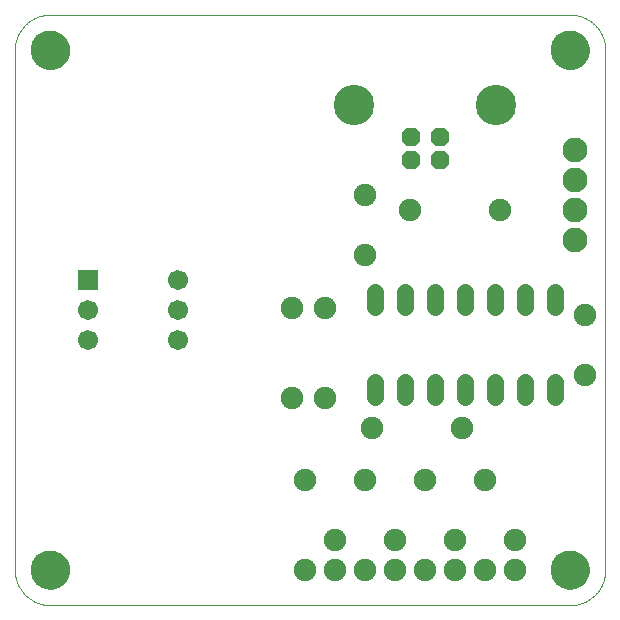
<source format=gbs>
G75*
%MOIN*%
%OFA0B0*%
%FSLAX25Y25*%
%IPPOS*%
%LPD*%
%AMOC8*
5,1,8,0,0,1.08239X$1,22.5*
%
%ADD10C,0.00000*%
%ADD11C,0.12998*%
%ADD12C,0.07487*%
%ADD13C,0.05600*%
%ADD14OC8,0.06140*%
%ADD15C,0.13455*%
%ADD16C,0.08274*%
%ADD17R,0.06699X0.06699*%
%ADD18C,0.06699*%
D10*
X0005724Y0017535D02*
X0005724Y0190764D01*
X0011236Y0190764D02*
X0011238Y0190922D01*
X0011244Y0191080D01*
X0011254Y0191238D01*
X0011268Y0191396D01*
X0011286Y0191553D01*
X0011307Y0191710D01*
X0011333Y0191866D01*
X0011363Y0192022D01*
X0011396Y0192177D01*
X0011434Y0192330D01*
X0011475Y0192483D01*
X0011520Y0192635D01*
X0011569Y0192786D01*
X0011622Y0192935D01*
X0011678Y0193083D01*
X0011738Y0193229D01*
X0011802Y0193374D01*
X0011870Y0193517D01*
X0011941Y0193659D01*
X0012015Y0193799D01*
X0012093Y0193936D01*
X0012175Y0194072D01*
X0012259Y0194206D01*
X0012348Y0194337D01*
X0012439Y0194466D01*
X0012534Y0194593D01*
X0012631Y0194718D01*
X0012732Y0194840D01*
X0012836Y0194959D01*
X0012943Y0195076D01*
X0013053Y0195190D01*
X0013166Y0195301D01*
X0013281Y0195410D01*
X0013399Y0195515D01*
X0013520Y0195617D01*
X0013643Y0195717D01*
X0013769Y0195813D01*
X0013897Y0195906D01*
X0014027Y0195996D01*
X0014160Y0196082D01*
X0014295Y0196166D01*
X0014431Y0196245D01*
X0014570Y0196322D01*
X0014711Y0196394D01*
X0014853Y0196464D01*
X0014997Y0196529D01*
X0015143Y0196591D01*
X0015290Y0196649D01*
X0015439Y0196704D01*
X0015589Y0196755D01*
X0015740Y0196802D01*
X0015892Y0196845D01*
X0016045Y0196884D01*
X0016200Y0196920D01*
X0016355Y0196951D01*
X0016511Y0196979D01*
X0016667Y0197003D01*
X0016824Y0197023D01*
X0016982Y0197039D01*
X0017139Y0197051D01*
X0017298Y0197059D01*
X0017456Y0197063D01*
X0017614Y0197063D01*
X0017772Y0197059D01*
X0017931Y0197051D01*
X0018088Y0197039D01*
X0018246Y0197023D01*
X0018403Y0197003D01*
X0018559Y0196979D01*
X0018715Y0196951D01*
X0018870Y0196920D01*
X0019025Y0196884D01*
X0019178Y0196845D01*
X0019330Y0196802D01*
X0019481Y0196755D01*
X0019631Y0196704D01*
X0019780Y0196649D01*
X0019927Y0196591D01*
X0020073Y0196529D01*
X0020217Y0196464D01*
X0020359Y0196394D01*
X0020500Y0196322D01*
X0020639Y0196245D01*
X0020775Y0196166D01*
X0020910Y0196082D01*
X0021043Y0195996D01*
X0021173Y0195906D01*
X0021301Y0195813D01*
X0021427Y0195717D01*
X0021550Y0195617D01*
X0021671Y0195515D01*
X0021789Y0195410D01*
X0021904Y0195301D01*
X0022017Y0195190D01*
X0022127Y0195076D01*
X0022234Y0194959D01*
X0022338Y0194840D01*
X0022439Y0194718D01*
X0022536Y0194593D01*
X0022631Y0194466D01*
X0022722Y0194337D01*
X0022811Y0194206D01*
X0022895Y0194072D01*
X0022977Y0193936D01*
X0023055Y0193799D01*
X0023129Y0193659D01*
X0023200Y0193517D01*
X0023268Y0193374D01*
X0023332Y0193229D01*
X0023392Y0193083D01*
X0023448Y0192935D01*
X0023501Y0192786D01*
X0023550Y0192635D01*
X0023595Y0192483D01*
X0023636Y0192330D01*
X0023674Y0192177D01*
X0023707Y0192022D01*
X0023737Y0191866D01*
X0023763Y0191710D01*
X0023784Y0191553D01*
X0023802Y0191396D01*
X0023816Y0191238D01*
X0023826Y0191080D01*
X0023832Y0190922D01*
X0023834Y0190764D01*
X0023832Y0190606D01*
X0023826Y0190448D01*
X0023816Y0190290D01*
X0023802Y0190132D01*
X0023784Y0189975D01*
X0023763Y0189818D01*
X0023737Y0189662D01*
X0023707Y0189506D01*
X0023674Y0189351D01*
X0023636Y0189198D01*
X0023595Y0189045D01*
X0023550Y0188893D01*
X0023501Y0188742D01*
X0023448Y0188593D01*
X0023392Y0188445D01*
X0023332Y0188299D01*
X0023268Y0188154D01*
X0023200Y0188011D01*
X0023129Y0187869D01*
X0023055Y0187729D01*
X0022977Y0187592D01*
X0022895Y0187456D01*
X0022811Y0187322D01*
X0022722Y0187191D01*
X0022631Y0187062D01*
X0022536Y0186935D01*
X0022439Y0186810D01*
X0022338Y0186688D01*
X0022234Y0186569D01*
X0022127Y0186452D01*
X0022017Y0186338D01*
X0021904Y0186227D01*
X0021789Y0186118D01*
X0021671Y0186013D01*
X0021550Y0185911D01*
X0021427Y0185811D01*
X0021301Y0185715D01*
X0021173Y0185622D01*
X0021043Y0185532D01*
X0020910Y0185446D01*
X0020775Y0185362D01*
X0020639Y0185283D01*
X0020500Y0185206D01*
X0020359Y0185134D01*
X0020217Y0185064D01*
X0020073Y0184999D01*
X0019927Y0184937D01*
X0019780Y0184879D01*
X0019631Y0184824D01*
X0019481Y0184773D01*
X0019330Y0184726D01*
X0019178Y0184683D01*
X0019025Y0184644D01*
X0018870Y0184608D01*
X0018715Y0184577D01*
X0018559Y0184549D01*
X0018403Y0184525D01*
X0018246Y0184505D01*
X0018088Y0184489D01*
X0017931Y0184477D01*
X0017772Y0184469D01*
X0017614Y0184465D01*
X0017456Y0184465D01*
X0017298Y0184469D01*
X0017139Y0184477D01*
X0016982Y0184489D01*
X0016824Y0184505D01*
X0016667Y0184525D01*
X0016511Y0184549D01*
X0016355Y0184577D01*
X0016200Y0184608D01*
X0016045Y0184644D01*
X0015892Y0184683D01*
X0015740Y0184726D01*
X0015589Y0184773D01*
X0015439Y0184824D01*
X0015290Y0184879D01*
X0015143Y0184937D01*
X0014997Y0184999D01*
X0014853Y0185064D01*
X0014711Y0185134D01*
X0014570Y0185206D01*
X0014431Y0185283D01*
X0014295Y0185362D01*
X0014160Y0185446D01*
X0014027Y0185532D01*
X0013897Y0185622D01*
X0013769Y0185715D01*
X0013643Y0185811D01*
X0013520Y0185911D01*
X0013399Y0186013D01*
X0013281Y0186118D01*
X0013166Y0186227D01*
X0013053Y0186338D01*
X0012943Y0186452D01*
X0012836Y0186569D01*
X0012732Y0186688D01*
X0012631Y0186810D01*
X0012534Y0186935D01*
X0012439Y0187062D01*
X0012348Y0187191D01*
X0012259Y0187322D01*
X0012175Y0187456D01*
X0012093Y0187592D01*
X0012015Y0187729D01*
X0011941Y0187869D01*
X0011870Y0188011D01*
X0011802Y0188154D01*
X0011738Y0188299D01*
X0011678Y0188445D01*
X0011622Y0188593D01*
X0011569Y0188742D01*
X0011520Y0188893D01*
X0011475Y0189045D01*
X0011434Y0189198D01*
X0011396Y0189351D01*
X0011363Y0189506D01*
X0011333Y0189662D01*
X0011307Y0189818D01*
X0011286Y0189975D01*
X0011268Y0190132D01*
X0011254Y0190290D01*
X0011244Y0190448D01*
X0011238Y0190606D01*
X0011236Y0190764D01*
X0005724Y0190764D02*
X0005727Y0191049D01*
X0005738Y0191335D01*
X0005755Y0191620D01*
X0005779Y0191904D01*
X0005810Y0192188D01*
X0005848Y0192471D01*
X0005893Y0192752D01*
X0005944Y0193033D01*
X0006002Y0193313D01*
X0006067Y0193591D01*
X0006139Y0193867D01*
X0006217Y0194141D01*
X0006302Y0194414D01*
X0006394Y0194684D01*
X0006492Y0194952D01*
X0006596Y0195218D01*
X0006707Y0195481D01*
X0006824Y0195741D01*
X0006947Y0195999D01*
X0007077Y0196253D01*
X0007213Y0196504D01*
X0007354Y0196752D01*
X0007502Y0196996D01*
X0007655Y0197237D01*
X0007815Y0197473D01*
X0007980Y0197706D01*
X0008150Y0197935D01*
X0008326Y0198160D01*
X0008508Y0198380D01*
X0008694Y0198596D01*
X0008886Y0198807D01*
X0009083Y0199014D01*
X0009285Y0199216D01*
X0009492Y0199413D01*
X0009703Y0199605D01*
X0009919Y0199791D01*
X0010139Y0199973D01*
X0010364Y0200149D01*
X0010593Y0200319D01*
X0010826Y0200484D01*
X0011062Y0200644D01*
X0011303Y0200797D01*
X0011547Y0200945D01*
X0011795Y0201086D01*
X0012046Y0201222D01*
X0012300Y0201352D01*
X0012558Y0201475D01*
X0012818Y0201592D01*
X0013081Y0201703D01*
X0013347Y0201807D01*
X0013615Y0201905D01*
X0013885Y0201997D01*
X0014158Y0202082D01*
X0014432Y0202160D01*
X0014708Y0202232D01*
X0014986Y0202297D01*
X0015266Y0202355D01*
X0015547Y0202406D01*
X0015828Y0202451D01*
X0016111Y0202489D01*
X0016395Y0202520D01*
X0016679Y0202544D01*
X0016964Y0202561D01*
X0017250Y0202572D01*
X0017535Y0202575D01*
X0190764Y0202575D01*
X0184465Y0190764D02*
X0184467Y0190922D01*
X0184473Y0191080D01*
X0184483Y0191238D01*
X0184497Y0191396D01*
X0184515Y0191553D01*
X0184536Y0191710D01*
X0184562Y0191866D01*
X0184592Y0192022D01*
X0184625Y0192177D01*
X0184663Y0192330D01*
X0184704Y0192483D01*
X0184749Y0192635D01*
X0184798Y0192786D01*
X0184851Y0192935D01*
X0184907Y0193083D01*
X0184967Y0193229D01*
X0185031Y0193374D01*
X0185099Y0193517D01*
X0185170Y0193659D01*
X0185244Y0193799D01*
X0185322Y0193936D01*
X0185404Y0194072D01*
X0185488Y0194206D01*
X0185577Y0194337D01*
X0185668Y0194466D01*
X0185763Y0194593D01*
X0185860Y0194718D01*
X0185961Y0194840D01*
X0186065Y0194959D01*
X0186172Y0195076D01*
X0186282Y0195190D01*
X0186395Y0195301D01*
X0186510Y0195410D01*
X0186628Y0195515D01*
X0186749Y0195617D01*
X0186872Y0195717D01*
X0186998Y0195813D01*
X0187126Y0195906D01*
X0187256Y0195996D01*
X0187389Y0196082D01*
X0187524Y0196166D01*
X0187660Y0196245D01*
X0187799Y0196322D01*
X0187940Y0196394D01*
X0188082Y0196464D01*
X0188226Y0196529D01*
X0188372Y0196591D01*
X0188519Y0196649D01*
X0188668Y0196704D01*
X0188818Y0196755D01*
X0188969Y0196802D01*
X0189121Y0196845D01*
X0189274Y0196884D01*
X0189429Y0196920D01*
X0189584Y0196951D01*
X0189740Y0196979D01*
X0189896Y0197003D01*
X0190053Y0197023D01*
X0190211Y0197039D01*
X0190368Y0197051D01*
X0190527Y0197059D01*
X0190685Y0197063D01*
X0190843Y0197063D01*
X0191001Y0197059D01*
X0191160Y0197051D01*
X0191317Y0197039D01*
X0191475Y0197023D01*
X0191632Y0197003D01*
X0191788Y0196979D01*
X0191944Y0196951D01*
X0192099Y0196920D01*
X0192254Y0196884D01*
X0192407Y0196845D01*
X0192559Y0196802D01*
X0192710Y0196755D01*
X0192860Y0196704D01*
X0193009Y0196649D01*
X0193156Y0196591D01*
X0193302Y0196529D01*
X0193446Y0196464D01*
X0193588Y0196394D01*
X0193729Y0196322D01*
X0193868Y0196245D01*
X0194004Y0196166D01*
X0194139Y0196082D01*
X0194272Y0195996D01*
X0194402Y0195906D01*
X0194530Y0195813D01*
X0194656Y0195717D01*
X0194779Y0195617D01*
X0194900Y0195515D01*
X0195018Y0195410D01*
X0195133Y0195301D01*
X0195246Y0195190D01*
X0195356Y0195076D01*
X0195463Y0194959D01*
X0195567Y0194840D01*
X0195668Y0194718D01*
X0195765Y0194593D01*
X0195860Y0194466D01*
X0195951Y0194337D01*
X0196040Y0194206D01*
X0196124Y0194072D01*
X0196206Y0193936D01*
X0196284Y0193799D01*
X0196358Y0193659D01*
X0196429Y0193517D01*
X0196497Y0193374D01*
X0196561Y0193229D01*
X0196621Y0193083D01*
X0196677Y0192935D01*
X0196730Y0192786D01*
X0196779Y0192635D01*
X0196824Y0192483D01*
X0196865Y0192330D01*
X0196903Y0192177D01*
X0196936Y0192022D01*
X0196966Y0191866D01*
X0196992Y0191710D01*
X0197013Y0191553D01*
X0197031Y0191396D01*
X0197045Y0191238D01*
X0197055Y0191080D01*
X0197061Y0190922D01*
X0197063Y0190764D01*
X0197061Y0190606D01*
X0197055Y0190448D01*
X0197045Y0190290D01*
X0197031Y0190132D01*
X0197013Y0189975D01*
X0196992Y0189818D01*
X0196966Y0189662D01*
X0196936Y0189506D01*
X0196903Y0189351D01*
X0196865Y0189198D01*
X0196824Y0189045D01*
X0196779Y0188893D01*
X0196730Y0188742D01*
X0196677Y0188593D01*
X0196621Y0188445D01*
X0196561Y0188299D01*
X0196497Y0188154D01*
X0196429Y0188011D01*
X0196358Y0187869D01*
X0196284Y0187729D01*
X0196206Y0187592D01*
X0196124Y0187456D01*
X0196040Y0187322D01*
X0195951Y0187191D01*
X0195860Y0187062D01*
X0195765Y0186935D01*
X0195668Y0186810D01*
X0195567Y0186688D01*
X0195463Y0186569D01*
X0195356Y0186452D01*
X0195246Y0186338D01*
X0195133Y0186227D01*
X0195018Y0186118D01*
X0194900Y0186013D01*
X0194779Y0185911D01*
X0194656Y0185811D01*
X0194530Y0185715D01*
X0194402Y0185622D01*
X0194272Y0185532D01*
X0194139Y0185446D01*
X0194004Y0185362D01*
X0193868Y0185283D01*
X0193729Y0185206D01*
X0193588Y0185134D01*
X0193446Y0185064D01*
X0193302Y0184999D01*
X0193156Y0184937D01*
X0193009Y0184879D01*
X0192860Y0184824D01*
X0192710Y0184773D01*
X0192559Y0184726D01*
X0192407Y0184683D01*
X0192254Y0184644D01*
X0192099Y0184608D01*
X0191944Y0184577D01*
X0191788Y0184549D01*
X0191632Y0184525D01*
X0191475Y0184505D01*
X0191317Y0184489D01*
X0191160Y0184477D01*
X0191001Y0184469D01*
X0190843Y0184465D01*
X0190685Y0184465D01*
X0190527Y0184469D01*
X0190368Y0184477D01*
X0190211Y0184489D01*
X0190053Y0184505D01*
X0189896Y0184525D01*
X0189740Y0184549D01*
X0189584Y0184577D01*
X0189429Y0184608D01*
X0189274Y0184644D01*
X0189121Y0184683D01*
X0188969Y0184726D01*
X0188818Y0184773D01*
X0188668Y0184824D01*
X0188519Y0184879D01*
X0188372Y0184937D01*
X0188226Y0184999D01*
X0188082Y0185064D01*
X0187940Y0185134D01*
X0187799Y0185206D01*
X0187660Y0185283D01*
X0187524Y0185362D01*
X0187389Y0185446D01*
X0187256Y0185532D01*
X0187126Y0185622D01*
X0186998Y0185715D01*
X0186872Y0185811D01*
X0186749Y0185911D01*
X0186628Y0186013D01*
X0186510Y0186118D01*
X0186395Y0186227D01*
X0186282Y0186338D01*
X0186172Y0186452D01*
X0186065Y0186569D01*
X0185961Y0186688D01*
X0185860Y0186810D01*
X0185763Y0186935D01*
X0185668Y0187062D01*
X0185577Y0187191D01*
X0185488Y0187322D01*
X0185404Y0187456D01*
X0185322Y0187592D01*
X0185244Y0187729D01*
X0185170Y0187869D01*
X0185099Y0188011D01*
X0185031Y0188154D01*
X0184967Y0188299D01*
X0184907Y0188445D01*
X0184851Y0188593D01*
X0184798Y0188742D01*
X0184749Y0188893D01*
X0184704Y0189045D01*
X0184663Y0189198D01*
X0184625Y0189351D01*
X0184592Y0189506D01*
X0184562Y0189662D01*
X0184536Y0189818D01*
X0184515Y0189975D01*
X0184497Y0190132D01*
X0184483Y0190290D01*
X0184473Y0190448D01*
X0184467Y0190606D01*
X0184465Y0190764D01*
X0190764Y0202575D02*
X0191049Y0202572D01*
X0191335Y0202561D01*
X0191620Y0202544D01*
X0191904Y0202520D01*
X0192188Y0202489D01*
X0192471Y0202451D01*
X0192752Y0202406D01*
X0193033Y0202355D01*
X0193313Y0202297D01*
X0193591Y0202232D01*
X0193867Y0202160D01*
X0194141Y0202082D01*
X0194414Y0201997D01*
X0194684Y0201905D01*
X0194952Y0201807D01*
X0195218Y0201703D01*
X0195481Y0201592D01*
X0195741Y0201475D01*
X0195999Y0201352D01*
X0196253Y0201222D01*
X0196504Y0201086D01*
X0196752Y0200945D01*
X0196996Y0200797D01*
X0197237Y0200644D01*
X0197473Y0200484D01*
X0197706Y0200319D01*
X0197935Y0200149D01*
X0198160Y0199973D01*
X0198380Y0199791D01*
X0198596Y0199605D01*
X0198807Y0199413D01*
X0199014Y0199216D01*
X0199216Y0199014D01*
X0199413Y0198807D01*
X0199605Y0198596D01*
X0199791Y0198380D01*
X0199973Y0198160D01*
X0200149Y0197935D01*
X0200319Y0197706D01*
X0200484Y0197473D01*
X0200644Y0197237D01*
X0200797Y0196996D01*
X0200945Y0196752D01*
X0201086Y0196504D01*
X0201222Y0196253D01*
X0201352Y0195999D01*
X0201475Y0195741D01*
X0201592Y0195481D01*
X0201703Y0195218D01*
X0201807Y0194952D01*
X0201905Y0194684D01*
X0201997Y0194414D01*
X0202082Y0194141D01*
X0202160Y0193867D01*
X0202232Y0193591D01*
X0202297Y0193313D01*
X0202355Y0193033D01*
X0202406Y0192752D01*
X0202451Y0192471D01*
X0202489Y0192188D01*
X0202520Y0191904D01*
X0202544Y0191620D01*
X0202561Y0191335D01*
X0202572Y0191049D01*
X0202575Y0190764D01*
X0202575Y0017535D01*
X0184465Y0017535D02*
X0184467Y0017693D01*
X0184473Y0017851D01*
X0184483Y0018009D01*
X0184497Y0018167D01*
X0184515Y0018324D01*
X0184536Y0018481D01*
X0184562Y0018637D01*
X0184592Y0018793D01*
X0184625Y0018948D01*
X0184663Y0019101D01*
X0184704Y0019254D01*
X0184749Y0019406D01*
X0184798Y0019557D01*
X0184851Y0019706D01*
X0184907Y0019854D01*
X0184967Y0020000D01*
X0185031Y0020145D01*
X0185099Y0020288D01*
X0185170Y0020430D01*
X0185244Y0020570D01*
X0185322Y0020707D01*
X0185404Y0020843D01*
X0185488Y0020977D01*
X0185577Y0021108D01*
X0185668Y0021237D01*
X0185763Y0021364D01*
X0185860Y0021489D01*
X0185961Y0021611D01*
X0186065Y0021730D01*
X0186172Y0021847D01*
X0186282Y0021961D01*
X0186395Y0022072D01*
X0186510Y0022181D01*
X0186628Y0022286D01*
X0186749Y0022388D01*
X0186872Y0022488D01*
X0186998Y0022584D01*
X0187126Y0022677D01*
X0187256Y0022767D01*
X0187389Y0022853D01*
X0187524Y0022937D01*
X0187660Y0023016D01*
X0187799Y0023093D01*
X0187940Y0023165D01*
X0188082Y0023235D01*
X0188226Y0023300D01*
X0188372Y0023362D01*
X0188519Y0023420D01*
X0188668Y0023475D01*
X0188818Y0023526D01*
X0188969Y0023573D01*
X0189121Y0023616D01*
X0189274Y0023655D01*
X0189429Y0023691D01*
X0189584Y0023722D01*
X0189740Y0023750D01*
X0189896Y0023774D01*
X0190053Y0023794D01*
X0190211Y0023810D01*
X0190368Y0023822D01*
X0190527Y0023830D01*
X0190685Y0023834D01*
X0190843Y0023834D01*
X0191001Y0023830D01*
X0191160Y0023822D01*
X0191317Y0023810D01*
X0191475Y0023794D01*
X0191632Y0023774D01*
X0191788Y0023750D01*
X0191944Y0023722D01*
X0192099Y0023691D01*
X0192254Y0023655D01*
X0192407Y0023616D01*
X0192559Y0023573D01*
X0192710Y0023526D01*
X0192860Y0023475D01*
X0193009Y0023420D01*
X0193156Y0023362D01*
X0193302Y0023300D01*
X0193446Y0023235D01*
X0193588Y0023165D01*
X0193729Y0023093D01*
X0193868Y0023016D01*
X0194004Y0022937D01*
X0194139Y0022853D01*
X0194272Y0022767D01*
X0194402Y0022677D01*
X0194530Y0022584D01*
X0194656Y0022488D01*
X0194779Y0022388D01*
X0194900Y0022286D01*
X0195018Y0022181D01*
X0195133Y0022072D01*
X0195246Y0021961D01*
X0195356Y0021847D01*
X0195463Y0021730D01*
X0195567Y0021611D01*
X0195668Y0021489D01*
X0195765Y0021364D01*
X0195860Y0021237D01*
X0195951Y0021108D01*
X0196040Y0020977D01*
X0196124Y0020843D01*
X0196206Y0020707D01*
X0196284Y0020570D01*
X0196358Y0020430D01*
X0196429Y0020288D01*
X0196497Y0020145D01*
X0196561Y0020000D01*
X0196621Y0019854D01*
X0196677Y0019706D01*
X0196730Y0019557D01*
X0196779Y0019406D01*
X0196824Y0019254D01*
X0196865Y0019101D01*
X0196903Y0018948D01*
X0196936Y0018793D01*
X0196966Y0018637D01*
X0196992Y0018481D01*
X0197013Y0018324D01*
X0197031Y0018167D01*
X0197045Y0018009D01*
X0197055Y0017851D01*
X0197061Y0017693D01*
X0197063Y0017535D01*
X0197061Y0017377D01*
X0197055Y0017219D01*
X0197045Y0017061D01*
X0197031Y0016903D01*
X0197013Y0016746D01*
X0196992Y0016589D01*
X0196966Y0016433D01*
X0196936Y0016277D01*
X0196903Y0016122D01*
X0196865Y0015969D01*
X0196824Y0015816D01*
X0196779Y0015664D01*
X0196730Y0015513D01*
X0196677Y0015364D01*
X0196621Y0015216D01*
X0196561Y0015070D01*
X0196497Y0014925D01*
X0196429Y0014782D01*
X0196358Y0014640D01*
X0196284Y0014500D01*
X0196206Y0014363D01*
X0196124Y0014227D01*
X0196040Y0014093D01*
X0195951Y0013962D01*
X0195860Y0013833D01*
X0195765Y0013706D01*
X0195668Y0013581D01*
X0195567Y0013459D01*
X0195463Y0013340D01*
X0195356Y0013223D01*
X0195246Y0013109D01*
X0195133Y0012998D01*
X0195018Y0012889D01*
X0194900Y0012784D01*
X0194779Y0012682D01*
X0194656Y0012582D01*
X0194530Y0012486D01*
X0194402Y0012393D01*
X0194272Y0012303D01*
X0194139Y0012217D01*
X0194004Y0012133D01*
X0193868Y0012054D01*
X0193729Y0011977D01*
X0193588Y0011905D01*
X0193446Y0011835D01*
X0193302Y0011770D01*
X0193156Y0011708D01*
X0193009Y0011650D01*
X0192860Y0011595D01*
X0192710Y0011544D01*
X0192559Y0011497D01*
X0192407Y0011454D01*
X0192254Y0011415D01*
X0192099Y0011379D01*
X0191944Y0011348D01*
X0191788Y0011320D01*
X0191632Y0011296D01*
X0191475Y0011276D01*
X0191317Y0011260D01*
X0191160Y0011248D01*
X0191001Y0011240D01*
X0190843Y0011236D01*
X0190685Y0011236D01*
X0190527Y0011240D01*
X0190368Y0011248D01*
X0190211Y0011260D01*
X0190053Y0011276D01*
X0189896Y0011296D01*
X0189740Y0011320D01*
X0189584Y0011348D01*
X0189429Y0011379D01*
X0189274Y0011415D01*
X0189121Y0011454D01*
X0188969Y0011497D01*
X0188818Y0011544D01*
X0188668Y0011595D01*
X0188519Y0011650D01*
X0188372Y0011708D01*
X0188226Y0011770D01*
X0188082Y0011835D01*
X0187940Y0011905D01*
X0187799Y0011977D01*
X0187660Y0012054D01*
X0187524Y0012133D01*
X0187389Y0012217D01*
X0187256Y0012303D01*
X0187126Y0012393D01*
X0186998Y0012486D01*
X0186872Y0012582D01*
X0186749Y0012682D01*
X0186628Y0012784D01*
X0186510Y0012889D01*
X0186395Y0012998D01*
X0186282Y0013109D01*
X0186172Y0013223D01*
X0186065Y0013340D01*
X0185961Y0013459D01*
X0185860Y0013581D01*
X0185763Y0013706D01*
X0185668Y0013833D01*
X0185577Y0013962D01*
X0185488Y0014093D01*
X0185404Y0014227D01*
X0185322Y0014363D01*
X0185244Y0014500D01*
X0185170Y0014640D01*
X0185099Y0014782D01*
X0185031Y0014925D01*
X0184967Y0015070D01*
X0184907Y0015216D01*
X0184851Y0015364D01*
X0184798Y0015513D01*
X0184749Y0015664D01*
X0184704Y0015816D01*
X0184663Y0015969D01*
X0184625Y0016122D01*
X0184592Y0016277D01*
X0184562Y0016433D01*
X0184536Y0016589D01*
X0184515Y0016746D01*
X0184497Y0016903D01*
X0184483Y0017061D01*
X0184473Y0017219D01*
X0184467Y0017377D01*
X0184465Y0017535D01*
X0190764Y0005724D02*
X0191049Y0005727D01*
X0191335Y0005738D01*
X0191620Y0005755D01*
X0191904Y0005779D01*
X0192188Y0005810D01*
X0192471Y0005848D01*
X0192752Y0005893D01*
X0193033Y0005944D01*
X0193313Y0006002D01*
X0193591Y0006067D01*
X0193867Y0006139D01*
X0194141Y0006217D01*
X0194414Y0006302D01*
X0194684Y0006394D01*
X0194952Y0006492D01*
X0195218Y0006596D01*
X0195481Y0006707D01*
X0195741Y0006824D01*
X0195999Y0006947D01*
X0196253Y0007077D01*
X0196504Y0007213D01*
X0196752Y0007354D01*
X0196996Y0007502D01*
X0197237Y0007655D01*
X0197473Y0007815D01*
X0197706Y0007980D01*
X0197935Y0008150D01*
X0198160Y0008326D01*
X0198380Y0008508D01*
X0198596Y0008694D01*
X0198807Y0008886D01*
X0199014Y0009083D01*
X0199216Y0009285D01*
X0199413Y0009492D01*
X0199605Y0009703D01*
X0199791Y0009919D01*
X0199973Y0010139D01*
X0200149Y0010364D01*
X0200319Y0010593D01*
X0200484Y0010826D01*
X0200644Y0011062D01*
X0200797Y0011303D01*
X0200945Y0011547D01*
X0201086Y0011795D01*
X0201222Y0012046D01*
X0201352Y0012300D01*
X0201475Y0012558D01*
X0201592Y0012818D01*
X0201703Y0013081D01*
X0201807Y0013347D01*
X0201905Y0013615D01*
X0201997Y0013885D01*
X0202082Y0014158D01*
X0202160Y0014432D01*
X0202232Y0014708D01*
X0202297Y0014986D01*
X0202355Y0015266D01*
X0202406Y0015547D01*
X0202451Y0015828D01*
X0202489Y0016111D01*
X0202520Y0016395D01*
X0202544Y0016679D01*
X0202561Y0016964D01*
X0202572Y0017250D01*
X0202575Y0017535D01*
X0190764Y0005724D02*
X0017535Y0005724D01*
X0011236Y0017535D02*
X0011238Y0017693D01*
X0011244Y0017851D01*
X0011254Y0018009D01*
X0011268Y0018167D01*
X0011286Y0018324D01*
X0011307Y0018481D01*
X0011333Y0018637D01*
X0011363Y0018793D01*
X0011396Y0018948D01*
X0011434Y0019101D01*
X0011475Y0019254D01*
X0011520Y0019406D01*
X0011569Y0019557D01*
X0011622Y0019706D01*
X0011678Y0019854D01*
X0011738Y0020000D01*
X0011802Y0020145D01*
X0011870Y0020288D01*
X0011941Y0020430D01*
X0012015Y0020570D01*
X0012093Y0020707D01*
X0012175Y0020843D01*
X0012259Y0020977D01*
X0012348Y0021108D01*
X0012439Y0021237D01*
X0012534Y0021364D01*
X0012631Y0021489D01*
X0012732Y0021611D01*
X0012836Y0021730D01*
X0012943Y0021847D01*
X0013053Y0021961D01*
X0013166Y0022072D01*
X0013281Y0022181D01*
X0013399Y0022286D01*
X0013520Y0022388D01*
X0013643Y0022488D01*
X0013769Y0022584D01*
X0013897Y0022677D01*
X0014027Y0022767D01*
X0014160Y0022853D01*
X0014295Y0022937D01*
X0014431Y0023016D01*
X0014570Y0023093D01*
X0014711Y0023165D01*
X0014853Y0023235D01*
X0014997Y0023300D01*
X0015143Y0023362D01*
X0015290Y0023420D01*
X0015439Y0023475D01*
X0015589Y0023526D01*
X0015740Y0023573D01*
X0015892Y0023616D01*
X0016045Y0023655D01*
X0016200Y0023691D01*
X0016355Y0023722D01*
X0016511Y0023750D01*
X0016667Y0023774D01*
X0016824Y0023794D01*
X0016982Y0023810D01*
X0017139Y0023822D01*
X0017298Y0023830D01*
X0017456Y0023834D01*
X0017614Y0023834D01*
X0017772Y0023830D01*
X0017931Y0023822D01*
X0018088Y0023810D01*
X0018246Y0023794D01*
X0018403Y0023774D01*
X0018559Y0023750D01*
X0018715Y0023722D01*
X0018870Y0023691D01*
X0019025Y0023655D01*
X0019178Y0023616D01*
X0019330Y0023573D01*
X0019481Y0023526D01*
X0019631Y0023475D01*
X0019780Y0023420D01*
X0019927Y0023362D01*
X0020073Y0023300D01*
X0020217Y0023235D01*
X0020359Y0023165D01*
X0020500Y0023093D01*
X0020639Y0023016D01*
X0020775Y0022937D01*
X0020910Y0022853D01*
X0021043Y0022767D01*
X0021173Y0022677D01*
X0021301Y0022584D01*
X0021427Y0022488D01*
X0021550Y0022388D01*
X0021671Y0022286D01*
X0021789Y0022181D01*
X0021904Y0022072D01*
X0022017Y0021961D01*
X0022127Y0021847D01*
X0022234Y0021730D01*
X0022338Y0021611D01*
X0022439Y0021489D01*
X0022536Y0021364D01*
X0022631Y0021237D01*
X0022722Y0021108D01*
X0022811Y0020977D01*
X0022895Y0020843D01*
X0022977Y0020707D01*
X0023055Y0020570D01*
X0023129Y0020430D01*
X0023200Y0020288D01*
X0023268Y0020145D01*
X0023332Y0020000D01*
X0023392Y0019854D01*
X0023448Y0019706D01*
X0023501Y0019557D01*
X0023550Y0019406D01*
X0023595Y0019254D01*
X0023636Y0019101D01*
X0023674Y0018948D01*
X0023707Y0018793D01*
X0023737Y0018637D01*
X0023763Y0018481D01*
X0023784Y0018324D01*
X0023802Y0018167D01*
X0023816Y0018009D01*
X0023826Y0017851D01*
X0023832Y0017693D01*
X0023834Y0017535D01*
X0023832Y0017377D01*
X0023826Y0017219D01*
X0023816Y0017061D01*
X0023802Y0016903D01*
X0023784Y0016746D01*
X0023763Y0016589D01*
X0023737Y0016433D01*
X0023707Y0016277D01*
X0023674Y0016122D01*
X0023636Y0015969D01*
X0023595Y0015816D01*
X0023550Y0015664D01*
X0023501Y0015513D01*
X0023448Y0015364D01*
X0023392Y0015216D01*
X0023332Y0015070D01*
X0023268Y0014925D01*
X0023200Y0014782D01*
X0023129Y0014640D01*
X0023055Y0014500D01*
X0022977Y0014363D01*
X0022895Y0014227D01*
X0022811Y0014093D01*
X0022722Y0013962D01*
X0022631Y0013833D01*
X0022536Y0013706D01*
X0022439Y0013581D01*
X0022338Y0013459D01*
X0022234Y0013340D01*
X0022127Y0013223D01*
X0022017Y0013109D01*
X0021904Y0012998D01*
X0021789Y0012889D01*
X0021671Y0012784D01*
X0021550Y0012682D01*
X0021427Y0012582D01*
X0021301Y0012486D01*
X0021173Y0012393D01*
X0021043Y0012303D01*
X0020910Y0012217D01*
X0020775Y0012133D01*
X0020639Y0012054D01*
X0020500Y0011977D01*
X0020359Y0011905D01*
X0020217Y0011835D01*
X0020073Y0011770D01*
X0019927Y0011708D01*
X0019780Y0011650D01*
X0019631Y0011595D01*
X0019481Y0011544D01*
X0019330Y0011497D01*
X0019178Y0011454D01*
X0019025Y0011415D01*
X0018870Y0011379D01*
X0018715Y0011348D01*
X0018559Y0011320D01*
X0018403Y0011296D01*
X0018246Y0011276D01*
X0018088Y0011260D01*
X0017931Y0011248D01*
X0017772Y0011240D01*
X0017614Y0011236D01*
X0017456Y0011236D01*
X0017298Y0011240D01*
X0017139Y0011248D01*
X0016982Y0011260D01*
X0016824Y0011276D01*
X0016667Y0011296D01*
X0016511Y0011320D01*
X0016355Y0011348D01*
X0016200Y0011379D01*
X0016045Y0011415D01*
X0015892Y0011454D01*
X0015740Y0011497D01*
X0015589Y0011544D01*
X0015439Y0011595D01*
X0015290Y0011650D01*
X0015143Y0011708D01*
X0014997Y0011770D01*
X0014853Y0011835D01*
X0014711Y0011905D01*
X0014570Y0011977D01*
X0014431Y0012054D01*
X0014295Y0012133D01*
X0014160Y0012217D01*
X0014027Y0012303D01*
X0013897Y0012393D01*
X0013769Y0012486D01*
X0013643Y0012582D01*
X0013520Y0012682D01*
X0013399Y0012784D01*
X0013281Y0012889D01*
X0013166Y0012998D01*
X0013053Y0013109D01*
X0012943Y0013223D01*
X0012836Y0013340D01*
X0012732Y0013459D01*
X0012631Y0013581D01*
X0012534Y0013706D01*
X0012439Y0013833D01*
X0012348Y0013962D01*
X0012259Y0014093D01*
X0012175Y0014227D01*
X0012093Y0014363D01*
X0012015Y0014500D01*
X0011941Y0014640D01*
X0011870Y0014782D01*
X0011802Y0014925D01*
X0011738Y0015070D01*
X0011678Y0015216D01*
X0011622Y0015364D01*
X0011569Y0015513D01*
X0011520Y0015664D01*
X0011475Y0015816D01*
X0011434Y0015969D01*
X0011396Y0016122D01*
X0011363Y0016277D01*
X0011333Y0016433D01*
X0011307Y0016589D01*
X0011286Y0016746D01*
X0011268Y0016903D01*
X0011254Y0017061D01*
X0011244Y0017219D01*
X0011238Y0017377D01*
X0011236Y0017535D01*
X0005724Y0017535D02*
X0005727Y0017250D01*
X0005738Y0016964D01*
X0005755Y0016679D01*
X0005779Y0016395D01*
X0005810Y0016111D01*
X0005848Y0015828D01*
X0005893Y0015547D01*
X0005944Y0015266D01*
X0006002Y0014986D01*
X0006067Y0014708D01*
X0006139Y0014432D01*
X0006217Y0014158D01*
X0006302Y0013885D01*
X0006394Y0013615D01*
X0006492Y0013347D01*
X0006596Y0013081D01*
X0006707Y0012818D01*
X0006824Y0012558D01*
X0006947Y0012300D01*
X0007077Y0012046D01*
X0007213Y0011795D01*
X0007354Y0011547D01*
X0007502Y0011303D01*
X0007655Y0011062D01*
X0007815Y0010826D01*
X0007980Y0010593D01*
X0008150Y0010364D01*
X0008326Y0010139D01*
X0008508Y0009919D01*
X0008694Y0009703D01*
X0008886Y0009492D01*
X0009083Y0009285D01*
X0009285Y0009083D01*
X0009492Y0008886D01*
X0009703Y0008694D01*
X0009919Y0008508D01*
X0010139Y0008326D01*
X0010364Y0008150D01*
X0010593Y0007980D01*
X0010826Y0007815D01*
X0011062Y0007655D01*
X0011303Y0007502D01*
X0011547Y0007354D01*
X0011795Y0007213D01*
X0012046Y0007077D01*
X0012300Y0006947D01*
X0012558Y0006824D01*
X0012818Y0006707D01*
X0013081Y0006596D01*
X0013347Y0006492D01*
X0013615Y0006394D01*
X0013885Y0006302D01*
X0014158Y0006217D01*
X0014432Y0006139D01*
X0014708Y0006067D01*
X0014986Y0006002D01*
X0015266Y0005944D01*
X0015547Y0005893D01*
X0015828Y0005848D01*
X0016111Y0005810D01*
X0016395Y0005779D01*
X0016679Y0005755D01*
X0016964Y0005738D01*
X0017250Y0005727D01*
X0017535Y0005724D01*
D11*
X0017535Y0017535D03*
X0017535Y0190764D03*
X0190764Y0190764D03*
X0190764Y0017535D03*
D12*
X0172575Y0017575D03*
X0172575Y0027575D03*
X0162575Y0017575D03*
X0152575Y0017575D03*
X0152575Y0027575D03*
X0142575Y0017575D03*
X0132575Y0017575D03*
X0132575Y0027575D03*
X0122575Y0017575D03*
X0112575Y0017575D03*
X0112575Y0027575D03*
X0102575Y0017575D03*
X0102575Y0047575D03*
X0122575Y0047575D03*
X0124937Y0064937D03*
X0109012Y0074937D03*
X0098224Y0074937D03*
X0098224Y0104937D03*
X0109012Y0104937D03*
X0122575Y0122575D03*
X0137575Y0137575D03*
X0122575Y0142575D03*
X0167575Y0137575D03*
X0195724Y0102575D03*
X0195724Y0082575D03*
X0162575Y0047575D03*
X0154937Y0064937D03*
X0142575Y0047575D03*
D13*
X0145724Y0074975D02*
X0145724Y0080175D01*
X0135724Y0080175D02*
X0135724Y0074975D01*
X0125724Y0074975D02*
X0125724Y0080175D01*
X0125724Y0104975D02*
X0125724Y0110175D01*
X0135724Y0110175D02*
X0135724Y0104975D01*
X0145724Y0104975D02*
X0145724Y0110175D01*
X0155724Y0110175D02*
X0155724Y0104975D01*
X0165724Y0104975D02*
X0165724Y0110175D01*
X0175724Y0110175D02*
X0175724Y0104975D01*
X0185724Y0104975D02*
X0185724Y0110175D01*
X0185724Y0080175D02*
X0185724Y0074975D01*
X0175724Y0074975D02*
X0175724Y0080175D01*
X0165724Y0080175D02*
X0165724Y0074975D01*
X0155724Y0074975D02*
X0155724Y0080175D01*
D14*
X0147496Y0154031D03*
X0147496Y0161906D03*
X0137654Y0161906D03*
X0137654Y0154031D03*
D15*
X0118874Y0172575D03*
X0166276Y0172575D03*
D16*
X0192575Y0157575D03*
X0192575Y0147575D03*
X0192575Y0137575D03*
X0192575Y0127575D03*
D17*
X0030094Y0114150D03*
D18*
X0030094Y0104150D03*
X0030094Y0094150D03*
X0060094Y0094150D03*
X0060094Y0104150D03*
X0060094Y0114150D03*
M02*

</source>
